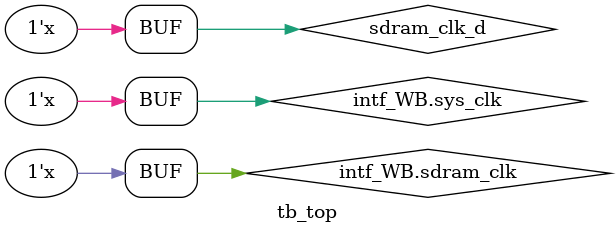
<source format=sv>
`include "interfase_wishbone.sv"
`include "interfase_SRAM.sv"
`include "stimulus.sv"
`include "scoreboard.sv"
`include "driver.sv"
`include "monitor_write.sv"
`include "monitor_read.sv"
`include "environment.sv"
`include "test1.sv"



`timescale 1ns/1ps


module tb_top;

parameter P_SYS  = 10;     //    200MHz
parameter P_SDR  = 20;     //    100MHz

//-------------------------------------------
// SRAM Interface
//-------------------------------------------  

intf_SRAM_G2 intf_SRAM(); 

//-------------------------------------------
// WISH BONE Interface
//-------------------------------------------  
intf_WB_G2 intf_WB();  
  

// General
//reg            RESETN;
//reg            sdram_clk;
//reg            sys_clk;

initial intf_WB.sys_clk = 0;
initial intf_WB.sdram_clk = 0;

always #(P_SYS/2) intf_WB.sys_clk = !intf_WB.sys_clk;
always #(P_SDR/2) intf_WB.sdram_clk = ! intf_WB.sdram_clk;

parameter      dw              = 32;  // data width
parameter      tw              = 8;   // tag id width
parameter      bl              = 5;   // burst_lenght_width 

  

// to fix the sdram interface timing issue
wire #(2.0)  sdram_clk_d   =  intf_WB.sdram_clk;

//`ifdef SDR_32BIT

   sdrc_top #(.SDR_DW(32),.SDR_BW(4)) u_dut(
/*`elsif SDR_16BIT 
   sdrc_top #(.SDR_DW(16),.SDR_BW(2)) u_dut(
`else  // 8 BIT SDRAM
   sdrc_top #(.SDR_DW(8),.SDR_BW(1)) u_dut(
`endif*/
      // System 
//`ifdef SDR_32BIT
          .cfg_sdr_width      (2'b00              ), // 32 BIT SDRAM
/*`elsif SDR_16BIT
          .cfg_sdr_width      (2'b01              ), // 16 BIT SDRAM
`else 
          .cfg_sdr_width      (2'b10              ), // 8 BIT SDRAM
`endif*/
          .cfg_colbits        (2'b00              ), // 8 Bit Column Address

/* WISH BONE */
          .wb_rst_i           (!intf_WB.RESETN            ),
          .wb_clk_i           (intf_WB.sys_clk            ),

     	  .wb_stb_i           (intf_WB.wb_stb_i           ),
     	  .wb_ack_o           (intf_WB.wb_ack_o           ),
          .wb_addr_i          (intf_WB.wb_addr_i          ),
          .wb_we_i            (intf_WB.wb_we_i            ),
          .wb_dat_i           (intf_WB.wb_dat_i           ),
          .wb_sel_i           (intf_WB.wb_sel_i           ),
          .wb_dat_o           (intf_WB.wb_dat_o           ),
          .wb_cyc_i           (intf_WB.wb_cyc_i           ),
          .wb_cti_i           (intf_WB.wb_cti_i           ), 

/* Interface to SDRAMs */
          .sdram_clk          (intf_WB.sdram_clk          ),
          .sdram_resetn       (intf_WB.RESETN             ),
          .sdr_cs_n           (intf_SRAM.sdr_cs_n           ),
          .sdr_cke            (intf_SRAM.sdr_cke            ),
          .sdr_ras_n          (intf_SRAM.sdr_ras_n          ),
          .sdr_cas_n          (intf_SRAM.sdr_cas_n          ),
          .sdr_we_n           (intf_SRAM.sdr_we_n           ),
          .sdr_dqm            (intf_SRAM.sdr_dqm            ),
          .sdr_ba             (intf_SRAM.sdr_ba             ),
          .sdr_addr           (intf_SRAM.sdr_addr           ), 
     	  .sdr_dq             (intf_SRAM.Dq            ),

    /* Parameters */
     	  .sdr_init_done      (intf_WB.sdr_init_done      ),
          .cfg_req_depth      (2'h3               ),            //how many req. buffer should hold
          .cfg_sdr_en         (1'b1               ),
          .cfg_sdr_mode_reg   (13'h033            ),
          .cfg_sdr_tras_d     (4'h4               ),
          .cfg_sdr_trp_d      (4'h2               ),
          .cfg_sdr_trcd_d     (4'h2               ),
          .cfg_sdr_cas        (3'h3               ),
          .cfg_sdr_trcar_d    (4'h7               ),
          .cfg_sdr_twr_d      (4'h1               ),
          .cfg_sdr_rfsh       (12'h100            ), // reduced from 12'hC35
          .cfg_sdr_rfmax      (3'h6               )

);


     
//`ifdef SDR_32BIT
mt48lc2m32b2 #(.data_bits(32)) u_sdram32 (
 		  .Dq                 (intf_SRAM.Dq      ) , 
          .Addr               (intf_SRAM.sdr_addr[10:0]     ), 
          .Ba                 (intf_SRAM.sdr_ba             ), 
          .Clk                (sdram_clk_d        ), 
          .Cke                (intf_SRAM.sdr_cke            ), 
          .Cs_n               (intf_SRAM.sdr_cs_n           ), 
          .Ras_n              (intf_SRAM.sdr_ras_n          ), 
          .Cas_n              (intf_SRAM.sdr_cas_n          ), 
          .We_n               (intf_SRAM.sdr_we_n           ), 
          .Dqm                (intf_SRAM.sdr_dqm    )
     );

/*`elsif SDR_16BIT

   IS42VM16400K u_sdram16 (
     	  .dq                 (intf_SRAM.Dq            ), 
          .addr               (intf_SRAM.sdr_addr[11:0]     ), 
          .ba                 (intf_SRAM.sdr_ba             ), 
          .clk                (sdram_clk_d        ), 
          .cke                (intf_SRAM.sdr_cke            ), 
          .csb                (intf_SRAM.sdr_cs_n           ), 
          .rasb               (intf_SRAM.sdr_ras_n          ), 
          .casb               (intf_SRAM.sdr_cas_n          ), 
          .web                (intf_SRAM.sdr_we_n           ), 
          .dqm                (intf_SRAM.sdr_dqm           )
    );
`else 


mt48lc8m8a2 #(.data_bits(8)) u_sdram8 (
  		  .Dq                 (intf_SRAM.Dq                ) , 
          .Addr               (intf_SRAM.sdr_addr[11:0]     ), 
          .Ba                 (intf_SRAM.sdr_ba             ), 
          .Clk                (sdram_clk_d        ), 
          .Cke                (intf_SRAM.sdr_cke            ), 
          .Cs_n               (intf_SRAM.sdr_cs_n           ), 
          .Ras_n              (intf_SRAM.sdr_ras_n          ), 
          .Cas_n              (intf_SRAM.sdr_cas_n          ), 
          .We_n               (intf_SRAM.sdr_we_n           ), 
          .Dqm                (intf_SRAM.sdr_dqm            )
     );
`endif*/


/////////////////////////////////////////////////////////////////////////
// Test Case
/////////////////////////////////////////////////////////////////////////


   
testcase test1(intf_WB,intf_SRAM);
     





endmodule
</source>
